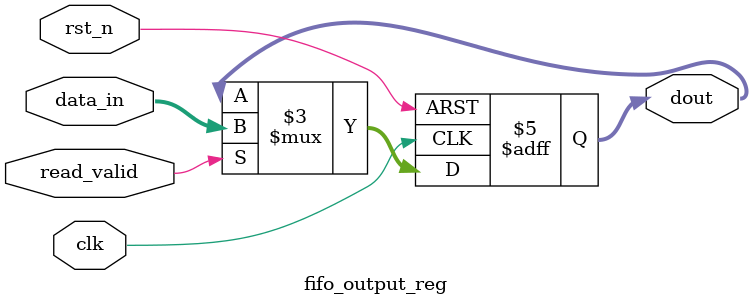
<source format=sv>
module async_low_rst_fifo #(
    parameter DATA_WIDTH = 8,
    parameter DEPTH = 4
)(
    input wire clk,
    input wire rst_n,
    input wire wr_en, rd_en,
    input wire [DATA_WIDTH-1:0] din,
    output wire [DATA_WIDTH-1:0] dout,
    output wire empty, full
);
    // Internal signals
    wire [DATA_WIDTH-1:0] fifo_data_out;
    wire [1:0] wr_ptr, rd_ptr;
    wire [2:0] fifo_count;
    wire write_valid, read_valid;
    
    // Control logic submodule
    fifo_controller #(
        .DEPTH(DEPTH)
    ) controller_inst (
        .clk(clk),
        .rst_n(rst_n),
        .wr_en(wr_en),
        .rd_en(rd_en),
        .full(full),
        .empty(empty),
        .write_valid(write_valid),
        .read_valid(read_valid),
        .wr_ptr(wr_ptr),
        .rd_ptr(rd_ptr),
        .fifo_count(fifo_count)
    );
    
    // Memory submodule
    fifo_memory #(
        .DATA_WIDTH(DATA_WIDTH),
        .DEPTH(DEPTH)
    ) memory_inst (
        .clk(clk),
        .rst_n(rst_n),
        .wr_en(write_valid),
        .wr_ptr(wr_ptr),
        .rd_ptr(rd_ptr),
        .din(din),
        .dout(fifo_data_out)
    );
    
    // Output register submodule
    fifo_output_reg #(
        .DATA_WIDTH(DATA_WIDTH)
    ) output_inst (
        .clk(clk),
        .rst_n(rst_n),
        .read_valid(read_valid),
        .data_in(fifo_data_out),
        .dout(dout)
    );
    
endmodule

module fifo_controller #(
    parameter DEPTH = 4
)(
    input wire clk,
    input wire rst_n,
    input wire wr_en, rd_en,
    output wire full, empty,
    output wire write_valid, read_valid,
    output reg [1:0] wr_ptr, rd_ptr,
    output reg [2:0] fifo_count
);
    // Status flags
    assign empty = (fifo_count == 0);
    assign full = (fifo_count == DEPTH);
    
    // Valid operation signals
    assign write_valid = wr_en && !full;
    assign read_valid = rd_en && !empty;
    
    // Look-ahead borrow signals for 3-bit subtractor
    wire [2:0] borrow;
    wire [2:0] diff;
    
    // Generate borrow signals for look-ahead borrow subtractor
    assign borrow[0] = read_valid;
    assign borrow[1] = fifo_count[0] & borrow[0];
    assign borrow[2] = fifo_count[1] & borrow[1];
    
    // Calculate difference using look-ahead borrow subtractor
    assign diff[0] = fifo_count[0] ^ borrow[0];
    assign diff[1] = fifo_count[1] ^ borrow[1];
    assign diff[2] = fifo_count[2] ^ borrow[2];
    
    // Pointer and count management
    always @(posedge clk or negedge rst_n) begin
        if (!rst_n) begin
            wr_ptr <= 0;
            rd_ptr <= 0;
            fifo_count <= 0;
        end else begin
            // Update write pointer
            if (write_valid) begin
                wr_ptr <= wr_ptr + 1;
            end
            
            // Update read pointer
            if (read_valid) begin
                rd_ptr <= rd_ptr + 1;
            end
            
            // Update FIFO count based on operations
            case ({write_valid, read_valid})
                2'b10: fifo_count <= fifo_count + 1; // Only write
                2'b01: fifo_count <= diff;          // Only read, using look-ahead borrow subtractor
                2'b11: fifo_count <= fifo_count;     // Both (stays the same)
                default: fifo_count <= fifo_count;   // No operation
            endcase
        end
    end
endmodule

module fifo_memory #(
    parameter DATA_WIDTH = 8,
    parameter DEPTH = 4
)(
    input wire clk,
    input wire rst_n,
    input wire wr_en,
    input wire [1:0] wr_ptr, rd_ptr,
    input wire [DATA_WIDTH-1:0] din,
    output wire [DATA_WIDTH-1:0] dout
);
    // Memory storage
    reg [DATA_WIDTH-1:0] fifo_mem[0:DEPTH-1];
    
    // Write operation
    always @(posedge clk) begin
        if (wr_en) begin
            fifo_mem[wr_ptr] <= din;
        end
    end
    
    // Read operation (combinational)
    assign dout = fifo_mem[rd_ptr];
    
endmodule

module fifo_output_reg #(
    parameter DATA_WIDTH = 8
)(
    input wire clk,
    input wire rst_n,
    input wire read_valid,
    input wire [DATA_WIDTH-1:0] data_in,
    output reg [DATA_WIDTH-1:0] dout
);
    // Output register
    always @(posedge clk or negedge rst_n) begin
        if (!rst_n) begin
            dout <= 0;
        end else if (read_valid) begin
            dout <= data_in;
        end
    end
endmodule
</source>
